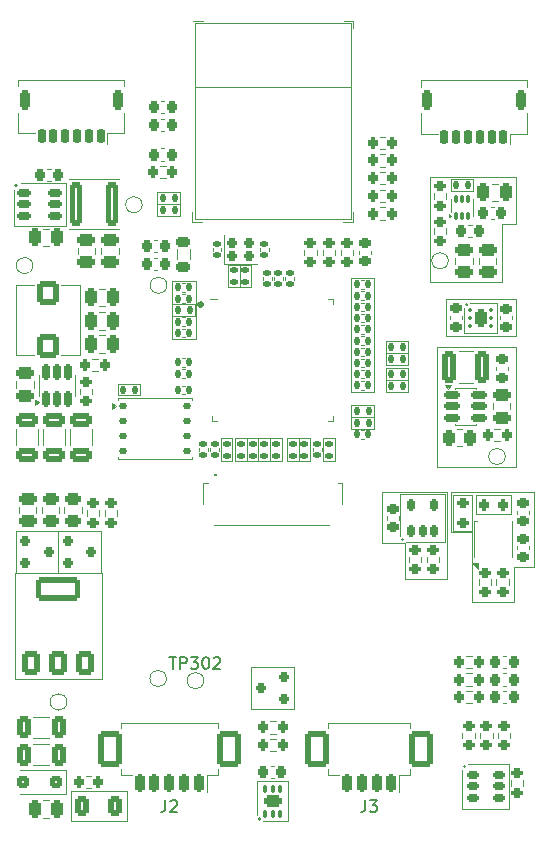
<source format=gbr>
%TF.GenerationSoftware,KiCad,Pcbnew,9.0.6*%
%TF.CreationDate,2026-01-17T11:58:25+01:00*%
%TF.ProjectId,peak,7065616b-2e6b-4696-9361-645f70636258,rev?*%
%TF.SameCoordinates,Original*%
%TF.FileFunction,Legend,Top*%
%TF.FilePolarity,Positive*%
%FSLAX46Y46*%
G04 Gerber Fmt 4.6, Leading zero omitted, Abs format (unit mm)*
G04 Created by KiCad (PCBNEW 9.0.6) date 2026-01-17 11:58:25*
%MOMM*%
%LPD*%
G01*
G04 APERTURE LIST*
G04 Aperture macros list*
%AMRoundRect*
0 Rectangle with rounded corners*
0 $1 Rounding radius*
0 $2 $3 $4 $5 $6 $7 $8 $9 X,Y pos of 4 corners*
0 Add a 4 corners polygon primitive as box body*
4,1,4,$2,$3,$4,$5,$6,$7,$8,$9,$2,$3,0*
0 Add four circle primitives for the rounded corners*
1,1,$1+$1,$2,$3*
1,1,$1+$1,$4,$5*
1,1,$1+$1,$6,$7*
1,1,$1+$1,$8,$9*
0 Add four rect primitives between the rounded corners*
20,1,$1+$1,$2,$3,$4,$5,0*
20,1,$1+$1,$4,$5,$6,$7,0*
20,1,$1+$1,$6,$7,$8,$9,0*
20,1,$1+$1,$8,$9,$2,$3,0*%
%AMFreePoly0*
4,1,6,0.725000,-0.725000,-0.725000,-0.725000,-0.725000,0.125000,-0.125000,0.725000,0.725000,0.725000,0.725000,-0.725000,0.725000,-0.725000,$1*%
G04 Aperture macros list end*
%ADD10C,0.100000*%
%ADD11C,0.150000*%
%ADD12C,0.300000*%
%ADD13C,0.120000*%
%ADD14C,0.200000*%
%ADD15R,2.100000X2.100000*%
%ADD16O,0.200000X0.650000*%
%ADD17O,0.650000X0.200000*%
%ADD18RoundRect,0.200000X-0.200000X-0.275000X0.200000X-0.275000X0.200000X0.275000X-0.200000X0.275000X0*%
%ADD19RoundRect,0.250000X-0.250000X-0.475000X0.250000X-0.475000X0.250000X0.475000X-0.250000X0.475000X0*%
%ADD20RoundRect,0.225000X-0.225000X-0.250000X0.225000X-0.250000X0.225000X0.250000X-0.225000X0.250000X0*%
%ADD21RoundRect,0.135000X-0.135000X-0.185000X0.135000X-0.185000X0.135000X0.185000X-0.135000X0.185000X0*%
%ADD22RoundRect,0.087500X0.087500X-0.250000X0.087500X0.250000X-0.087500X0.250000X-0.087500X-0.250000X0*%
%ADD23RoundRect,0.135000X0.135000X0.185000X-0.135000X0.185000X-0.135000X-0.185000X0.135000X-0.185000X0*%
%ADD24RoundRect,0.250000X-0.300000X-1.600000X0.300000X-1.600000X0.300000X1.600000X-0.300000X1.600000X0*%
%ADD25RoundRect,0.200000X0.275000X-0.200000X0.275000X0.200000X-0.275000X0.200000X-0.275000X-0.200000X0*%
%ADD26RoundRect,0.135000X0.185000X-0.135000X0.185000X0.135000X-0.185000X0.135000X-0.185000X-0.135000X0*%
%ADD27R,3.400000X4.300000*%
%ADD28RoundRect,0.125000X-0.250000X-0.125000X0.250000X-0.125000X0.250000X0.125000X-0.250000X0.125000X0*%
%ADD29R,0.300000X1.000000*%
%ADD30R,0.300000X0.700000*%
%ADD31RoundRect,0.225000X-0.250000X0.225000X-0.250000X-0.225000X0.250000X-0.225000X0.250000X0.225000X0*%
%ADD32RoundRect,0.250000X0.450000X-0.262500X0.450000X0.262500X-0.450000X0.262500X-0.450000X-0.262500X0*%
%ADD33RoundRect,0.250000X0.650000X-0.750000X0.650000X0.750000X-0.650000X0.750000X-0.650000X-0.750000X0*%
%ADD34C,1.000000*%
%ADD35RoundRect,0.225000X0.225000X0.625000X-0.225000X0.625000X-0.225000X-0.625000X0.225000X-0.625000X0*%
%ADD36RoundRect,0.150000X0.150000X0.475000X-0.150000X0.475000X-0.150000X-0.475000X0.150000X-0.475000X0*%
%ADD37RoundRect,0.140000X-0.140000X-0.170000X0.140000X-0.170000X0.140000X0.170000X-0.140000X0.170000X0*%
%ADD38RoundRect,0.200000X-0.275000X0.200000X-0.275000X-0.200000X0.275000X-0.200000X0.275000X0.200000X0*%
%ADD39RoundRect,0.250000X-0.475000X0.250000X-0.475000X-0.250000X0.475000X-0.250000X0.475000X0.250000X0*%
%ADD40RoundRect,0.140000X0.140000X0.170000X-0.140000X0.170000X-0.140000X-0.170000X0.140000X-0.170000X0*%
%ADD41RoundRect,0.250000X0.325000X0.650000X-0.325000X0.650000X-0.325000X-0.650000X0.325000X-0.650000X0*%
%ADD42RoundRect,0.250000X0.475000X-0.250000X0.475000X0.250000X-0.475000X0.250000X-0.475000X-0.250000X0*%
%ADD43RoundRect,0.162500X-0.367500X-0.162500X0.367500X-0.162500X0.367500X0.162500X-0.367500X0.162500X0*%
%ADD44RoundRect,0.225000X0.225000X0.250000X-0.225000X0.250000X-0.225000X-0.250000X0.225000X-0.250000X0*%
%ADD45RoundRect,0.250000X-0.262500X-0.450000X0.262500X-0.450000X0.262500X0.450000X-0.262500X0.450000X0*%
%ADD46RoundRect,0.200000X-0.250000X-0.200000X0.250000X-0.200000X0.250000X0.200000X-0.250000X0.200000X0*%
%ADD47RoundRect,0.250001X0.799999X1.249999X-0.799999X1.249999X-0.799999X-1.249999X0.799999X-1.249999X0*%
%ADD48RoundRect,0.200000X0.200000X0.600000X-0.200000X0.600000X-0.200000X-0.600000X0.200000X-0.600000X0*%
%ADD49RoundRect,0.162500X0.162500X-0.367500X0.162500X0.367500X-0.162500X0.367500X-0.162500X-0.367500X0*%
%ADD50RoundRect,0.200000X0.200000X0.275000X-0.200000X0.275000X-0.200000X-0.275000X0.200000X-0.275000X0*%
%ADD51RoundRect,0.250000X-0.250000X-0.550000X0.250000X-0.550000X0.250000X0.550000X-0.250000X0.550000X0*%
%ADD52RoundRect,0.093750X-0.093750X-0.106250X0.093750X-0.106250X0.093750X0.106250X-0.093750X0.106250X0*%
%ADD53RoundRect,0.250000X0.375000X0.625000X-0.375000X0.625000X-0.375000X-0.625000X0.375000X-0.625000X0*%
%ADD54RoundRect,0.140000X0.170000X-0.140000X0.170000X0.140000X-0.170000X0.140000X-0.170000X-0.140000X0*%
%ADD55RoundRect,0.250000X-0.375000X-1.075000X0.375000X-1.075000X0.375000X1.075000X-0.375000X1.075000X0*%
%ADD56R,0.700000X0.700000*%
%ADD57R,1.450000X1.450000*%
%ADD58FreePoly0,0.000000*%
%ADD59R,0.400000X0.800000*%
%ADD60R,0.800000X0.400000*%
%ADD61RoundRect,0.140000X-0.170000X0.140000X-0.170000X-0.140000X0.170000X-0.140000X0.170000X0.140000X0*%
%ADD62RoundRect,0.200000X0.250000X0.200000X-0.250000X0.200000X-0.250000X-0.200000X0.250000X-0.200000X0*%
%ADD63RoundRect,0.250000X-0.650000X0.325000X-0.650000X-0.325000X0.650000X-0.325000X0.650000X0.325000X0*%
%ADD64R,2.400000X1.550000*%
%ADD65R,0.350000X0.650000*%
%ADD66RoundRect,0.250000X0.300000X0.300000X-0.300000X0.300000X-0.300000X-0.300000X0.300000X-0.300000X0*%
%ADD67RoundRect,0.218750X-0.381250X0.218750X-0.381250X-0.218750X0.381250X-0.218750X0.381250X0.218750X0*%
%ADD68RoundRect,0.250000X0.250000X0.475000X-0.250000X0.475000X-0.250000X-0.475000X0.250000X-0.475000X0*%
%ADD69RoundRect,0.250000X-0.450000X0.262500X-0.450000X-0.262500X0.450000X-0.262500X0.450000X0.262500X0*%
%ADD70RoundRect,0.162500X-0.447500X-0.162500X0.447500X-0.162500X0.447500X0.162500X-0.447500X0.162500X0*%
%ADD71RoundRect,0.250000X0.500000X-0.750000X0.500000X0.750000X-0.500000X0.750000X-0.500000X-0.750000X0*%
%ADD72RoundRect,0.250000X1.650000X-0.750000X1.650000X0.750000X-1.650000X0.750000X-1.650000X-0.750000X0*%
%ADD73RoundRect,0.225000X0.250000X-0.225000X0.250000X0.225000X-0.250000X0.225000X-0.250000X-0.225000X0*%
%ADD74RoundRect,0.150000X-0.512500X-0.150000X0.512500X-0.150000X0.512500X0.150000X-0.512500X0.150000X0*%
%ADD75RoundRect,0.250000X0.550000X-0.250000X0.550000X0.250000X-0.550000X0.250000X-0.550000X-0.250000X0*%
%ADD76RoundRect,0.087500X0.087500X-0.237500X0.087500X0.237500X-0.087500X0.237500X-0.087500X-0.237500X0*%
%ADD77RoundRect,0.135000X-0.185000X0.135000X-0.185000X-0.135000X0.185000X-0.135000X0.185000X0.135000X0*%
%ADD78RoundRect,0.150000X0.150000X-0.512500X0.150000X0.512500X-0.150000X0.512500X-0.150000X-0.512500X0*%
%ADD79RoundRect,0.218750X-0.218750X-0.256250X0.218750X-0.256250X0.218750X0.256250X-0.218750X0.256250X0*%
G04 APERTURE END LIST*
D10*
X229403100Y-79700001D02*
X228203100Y-79700001D01*
X228203100Y-84600001D01*
X222103100Y-84600001D01*
X222103100Y-75700001D01*
X229403100Y-75700001D01*
X229403100Y-79700001D01*
X223453100Y-86000001D02*
X229403100Y-86000001D01*
X229403100Y-89200001D01*
X223453100Y-89200001D01*
X223453100Y-86000001D01*
X200253100Y-84500001D02*
X202303100Y-84500001D01*
X202303100Y-89450001D01*
X200253100Y-89450001D01*
X200253100Y-84500001D01*
X230903100Y-108700001D02*
X229203100Y-108700001D01*
X229203100Y-111700001D01*
X225703100Y-111700001D01*
X225703100Y-105800001D01*
X223903100Y-105800001D01*
X223903100Y-102400001D01*
X230903100Y-102400001D01*
X230903100Y-108700001D01*
X223603100Y-109700001D02*
X220003100Y-109700001D01*
X220003100Y-106700001D01*
X218103100Y-106700001D01*
X218103100Y-102400001D01*
X223603100Y-102400001D01*
X223603100Y-109700001D01*
X215403100Y-84250001D02*
X217403100Y-84250001D01*
X217403100Y-93900001D01*
X215403100Y-93900001D01*
X215403100Y-84250001D01*
X222753100Y-90125001D02*
X229403100Y-90125001D01*
X229403100Y-100275001D01*
X222753100Y-100275001D01*
X222753100Y-90125001D01*
D11*
X200058814Y-116346820D02*
X200630242Y-116346820D01*
X200344528Y-117346820D02*
X200344528Y-116346820D01*
X200963576Y-117346820D02*
X200963576Y-116346820D01*
X200963576Y-116346820D02*
X201344528Y-116346820D01*
X201344528Y-116346820D02*
X201439766Y-116394439D01*
X201439766Y-116394439D02*
X201487385Y-116442058D01*
X201487385Y-116442058D02*
X201535004Y-116537296D01*
X201535004Y-116537296D02*
X201535004Y-116680153D01*
X201535004Y-116680153D02*
X201487385Y-116775391D01*
X201487385Y-116775391D02*
X201439766Y-116823010D01*
X201439766Y-116823010D02*
X201344528Y-116870629D01*
X201344528Y-116870629D02*
X200963576Y-116870629D01*
X201868338Y-116346820D02*
X202487385Y-116346820D01*
X202487385Y-116346820D02*
X202154052Y-116727772D01*
X202154052Y-116727772D02*
X202296909Y-116727772D01*
X202296909Y-116727772D02*
X202392147Y-116775391D01*
X202392147Y-116775391D02*
X202439766Y-116823010D01*
X202439766Y-116823010D02*
X202487385Y-116918248D01*
X202487385Y-116918248D02*
X202487385Y-117156343D01*
X202487385Y-117156343D02*
X202439766Y-117251581D01*
X202439766Y-117251581D02*
X202392147Y-117299201D01*
X202392147Y-117299201D02*
X202296909Y-117346820D01*
X202296909Y-117346820D02*
X202011195Y-117346820D01*
X202011195Y-117346820D02*
X201915957Y-117299201D01*
X201915957Y-117299201D02*
X201868338Y-117251581D01*
X203106433Y-116346820D02*
X203201671Y-116346820D01*
X203201671Y-116346820D02*
X203296909Y-116394439D01*
X203296909Y-116394439D02*
X203344528Y-116442058D01*
X203344528Y-116442058D02*
X203392147Y-116537296D01*
X203392147Y-116537296D02*
X203439766Y-116727772D01*
X203439766Y-116727772D02*
X203439766Y-116965867D01*
X203439766Y-116965867D02*
X203392147Y-117156343D01*
X203392147Y-117156343D02*
X203344528Y-117251581D01*
X203344528Y-117251581D02*
X203296909Y-117299201D01*
X203296909Y-117299201D02*
X203201671Y-117346820D01*
X203201671Y-117346820D02*
X203106433Y-117346820D01*
X203106433Y-117346820D02*
X203011195Y-117299201D01*
X203011195Y-117299201D02*
X202963576Y-117251581D01*
X202963576Y-117251581D02*
X202915957Y-117156343D01*
X202915957Y-117156343D02*
X202868338Y-116965867D01*
X202868338Y-116965867D02*
X202868338Y-116727772D01*
X202868338Y-116727772D02*
X202915957Y-116537296D01*
X202915957Y-116537296D02*
X202963576Y-116442058D01*
X202963576Y-116442058D02*
X203011195Y-116394439D01*
X203011195Y-116394439D02*
X203106433Y-116346820D01*
X203820719Y-116442058D02*
X203868338Y-116394439D01*
X203868338Y-116394439D02*
X203963576Y-116346820D01*
X203963576Y-116346820D02*
X204201671Y-116346820D01*
X204201671Y-116346820D02*
X204296909Y-116394439D01*
X204296909Y-116394439D02*
X204344528Y-116442058D01*
X204344528Y-116442058D02*
X204392147Y-116537296D01*
X204392147Y-116537296D02*
X204392147Y-116632534D01*
X204392147Y-116632534D02*
X204344528Y-116775391D01*
X204344528Y-116775391D02*
X203773100Y-117346820D01*
X203773100Y-117346820D02*
X204392147Y-117346820D01*
X199719766Y-128454820D02*
X199719766Y-129169105D01*
X199719766Y-129169105D02*
X199672147Y-129311962D01*
X199672147Y-129311962D02*
X199576909Y-129407201D01*
X199576909Y-129407201D02*
X199434052Y-129454820D01*
X199434052Y-129454820D02*
X199338814Y-129454820D01*
X200148338Y-128550058D02*
X200195957Y-128502439D01*
X200195957Y-128502439D02*
X200291195Y-128454820D01*
X200291195Y-128454820D02*
X200529290Y-128454820D01*
X200529290Y-128454820D02*
X200624528Y-128502439D01*
X200624528Y-128502439D02*
X200672147Y-128550058D01*
X200672147Y-128550058D02*
X200719766Y-128645296D01*
X200719766Y-128645296D02*
X200719766Y-128740534D01*
X200719766Y-128740534D02*
X200672147Y-128883391D01*
X200672147Y-128883391D02*
X200100719Y-129454820D01*
X200100719Y-129454820D02*
X200719766Y-129454820D01*
X216644766Y-128454820D02*
X216644766Y-129169105D01*
X216644766Y-129169105D02*
X216597147Y-129311962D01*
X216597147Y-129311962D02*
X216501909Y-129407201D01*
X216501909Y-129407201D02*
X216359052Y-129454820D01*
X216359052Y-129454820D02*
X216263814Y-129454820D01*
X217025719Y-128454820D02*
X217644766Y-128454820D01*
X217644766Y-128454820D02*
X217311433Y-128835772D01*
X217311433Y-128835772D02*
X217454290Y-128835772D01*
X217454290Y-128835772D02*
X217549528Y-128883391D01*
X217549528Y-128883391D02*
X217597147Y-128931010D01*
X217597147Y-128931010D02*
X217644766Y-129026248D01*
X217644766Y-129026248D02*
X217644766Y-129264343D01*
X217644766Y-129264343D02*
X217597147Y-129359581D01*
X217597147Y-129359581D02*
X217549528Y-129407201D01*
X217549528Y-129407201D02*
X217454290Y-129454820D01*
X217454290Y-129454820D02*
X217168576Y-129454820D01*
X217168576Y-129454820D02*
X217073338Y-129407201D01*
X217073338Y-129407201D02*
X217025719Y-129359581D01*
%TO.C,U1*%
D12*
X202853100Y-86500001D02*
G75*
G02*
X202553100Y-86500001I-150000J0D01*
G01*
X202553100Y-86500001D02*
G75*
G02*
X202853100Y-86500001I150000J0D01*
G01*
D13*
X213953100Y-96350001D02*
X213953100Y-95925001D01*
X213953100Y-86050001D02*
X213953100Y-86475001D01*
X213528100Y-96350001D02*
X213953100Y-96350001D01*
X213528100Y-86050001D02*
X213953100Y-86050001D01*
X204078100Y-96350001D02*
X203653100Y-96350001D01*
X204078100Y-86050001D02*
X203478100Y-86050001D01*
X203653100Y-96350001D02*
X203653100Y-95925001D01*
%TO.C,R605*%
X229018100Y-104240001D02*
X229018100Y-102640001D01*
X229018100Y-102640001D02*
X226018100Y-102640001D01*
X226018100Y-104240001D02*
X229018100Y-104240001D01*
X226018100Y-102640001D02*
X226018100Y-104240001D01*
%TO.C,C208*%
X189341848Y-81535001D02*
X189864352Y-81535001D01*
X189341848Y-80065001D02*
X189864352Y-80065001D01*
%TO.C,C213*%
X227262520Y-79260001D02*
X227543680Y-79260001D01*
X227262520Y-78240001D02*
X227543680Y-78240001D01*
%TO.C,R703*%
X217865842Y-74822501D02*
X218340358Y-74822501D01*
X217865842Y-73777501D02*
X218340358Y-73777501D01*
%TO.C,R16*%
X220293100Y-93900001D02*
X220293100Y-92900001D01*
X220293100Y-92900001D02*
X218393100Y-92900001D01*
X218393100Y-93900001D02*
X220293100Y-93900001D01*
X218393100Y-92900001D02*
X218393100Y-93900001D01*
%TO.C,U203*%
X223913100Y-78982501D02*
X223723100Y-79122501D01*
X223723100Y-78842501D01*
X223913100Y-78982501D01*
G36*
X223913100Y-78982501D02*
G01*
X223723100Y-79122501D01*
X223723100Y-78842501D01*
X223913100Y-78982501D01*
G37*
X225788100Y-77552501D02*
X225788100Y-78972501D01*
X223918100Y-78688069D02*
X223918100Y-77552501D01*
%TO.C,R701*%
X217865842Y-77822501D02*
X218340358Y-77822501D01*
X217865842Y-76777501D02*
X218340358Y-76777501D01*
%TO.C,R3*%
X197603100Y-94200001D02*
X197603100Y-93200001D01*
X197603100Y-93200001D02*
X195703100Y-93200001D01*
X195703100Y-94200001D02*
X197603100Y-94200001D01*
X195703100Y-93200001D02*
X195703100Y-94200001D01*
%TO.C,L202*%
X195788100Y-80135001D02*
X191568100Y-80135001D01*
X191568100Y-75915001D02*
X195788100Y-75915001D01*
%TO.C,R308*%
X230025600Y-127237259D02*
X230025600Y-126762743D01*
X228980600Y-127237259D02*
X228980600Y-126762743D01*
%TO.C,R7*%
X208603100Y-99740001D02*
X208603100Y-97840001D01*
X208603100Y-97840001D02*
X207603100Y-97840001D01*
X207603100Y-99740001D02*
X208603100Y-99740001D01*
X207603100Y-97840001D02*
X207603100Y-99740001D01*
%TO.C,U2*%
X195513100Y-95085001D02*
X195183100Y-95325001D01*
X195183100Y-94845001D01*
X195513100Y-95085001D01*
G36*
X195513100Y-95085001D02*
G01*
X195183100Y-95325001D01*
X195183100Y-94845001D01*
X195513100Y-95085001D01*
G37*
X201963100Y-99605001D02*
X195743100Y-99605001D01*
X201963100Y-99410001D02*
X201963100Y-99605001D01*
X201963100Y-94385001D02*
X201963100Y-94580001D01*
X195743100Y-99605001D02*
X195743100Y-99410001D01*
X195743100Y-94580001D02*
X195743100Y-94385001D01*
X195743100Y-94385001D02*
X201963100Y-94385001D01*
%TO.C,R18*%
X217373100Y-97050001D02*
X217373100Y-96050001D01*
X217373100Y-96050001D02*
X215473100Y-96050001D01*
X215473100Y-97050001D02*
X217373100Y-97050001D01*
X215473100Y-96050001D02*
X215473100Y-97050001D01*
D14*
%TO.C,J1*%
X204003100Y-100900000D02*
G75*
G02*
X203903100Y-100900000I-50000J0D01*
G01*
X204003100Y-100900000D02*
G75*
G02*
X203903100Y-100900000I-50000J0D01*
G01*
X203903100Y-100900000D02*
G75*
G02*
X204003100Y-100900000I50000J0D01*
G01*
D10*
X214653100Y-103400000D02*
X214653100Y-103400000D01*
X214653100Y-103400000D02*
X214653100Y-101600000D01*
X214653100Y-101600000D02*
X214653100Y-103400000D01*
X214653100Y-101600000D02*
X214653100Y-101600000D01*
X214653100Y-101600000D02*
X214653100Y-101600000D01*
X214653100Y-101600000D02*
X214303100Y-101600000D01*
X214303100Y-101600000D02*
X214653100Y-101600000D01*
X214303100Y-101600000D02*
X214303100Y-101600000D01*
X213553100Y-105200000D02*
X203803100Y-105200000D01*
X213553100Y-105150000D02*
X213553100Y-105200000D01*
D14*
X204003100Y-100900000D02*
X204003100Y-100900000D01*
X203903100Y-100900000D02*
X203903100Y-100900000D01*
X203903100Y-100900000D02*
X203903100Y-100900000D01*
D10*
X203803100Y-105200000D02*
X203803100Y-105150000D01*
X203803100Y-105150000D02*
X213553100Y-105150000D01*
X203303100Y-101650000D02*
X203303100Y-101600000D01*
X203303100Y-101600000D02*
X202953100Y-101600000D01*
X202953100Y-103400000D02*
X202953100Y-103400000D01*
X202953100Y-103400000D02*
X202953100Y-101650000D01*
X202953100Y-101650000D02*
X203303100Y-101650000D01*
X202953100Y-101650000D02*
X202953100Y-103400000D01*
X202953100Y-101650000D02*
X202953100Y-101650000D01*
X202953100Y-101600000D02*
X202953100Y-101650000D01*
D13*
%TO.C,R601*%
X225190842Y-120272501D02*
X225665358Y-120272501D01*
X225190842Y-119227501D02*
X225665358Y-119227501D01*
%TO.C,C219*%
X224838100Y-87449421D02*
X224838100Y-87730581D01*
X223818100Y-87449421D02*
X223818100Y-87730581D01*
%TO.C,R609*%
X190738100Y-104127065D02*
X190738100Y-103672937D01*
X189268100Y-104127065D02*
X189268100Y-103672937D01*
%TO.C,L201*%
X192463100Y-90735001D02*
X190913100Y-90735001D01*
X192463100Y-84815001D02*
X192463100Y-90735001D01*
X190913100Y-84815001D02*
X192463100Y-84815001D01*
X188593100Y-90735001D02*
X187043100Y-90735001D01*
X187043100Y-90735001D02*
X187043100Y-84815001D01*
X187043100Y-84815001D02*
X188593100Y-84815001D01*
%TO.C,TP302*%
X202973100Y-118340001D02*
G75*
G02*
X201573100Y-118340001I-700000J0D01*
G01*
X201573100Y-118340001D02*
G75*
G02*
X202973100Y-118340001I700000J0D01*
G01*
%TO.C,J4*%
X230363100Y-72035001D02*
X228913100Y-72035001D01*
X230363100Y-70285001D02*
X230363100Y-72035001D01*
X230363100Y-68065001D02*
X230363100Y-67515001D01*
X230363100Y-67515001D02*
X221343100Y-67515001D01*
X228913100Y-72035001D02*
X228913100Y-72925001D01*
X221343100Y-72035001D02*
X222793100Y-72035001D01*
X221343100Y-70285001D02*
X221343100Y-72035001D01*
X221343100Y-67515001D02*
X221343100Y-68065001D01*
%TO.C,R14*%
X202223100Y-87450001D02*
X202223100Y-86450001D01*
X202223100Y-86450001D02*
X200323100Y-86450001D01*
X200323100Y-87450001D02*
X202223100Y-87450001D01*
X200323100Y-86450001D02*
X200323100Y-87450001D01*
%TO.C,C17*%
X216295264Y-89910001D02*
X216510936Y-89910001D01*
X216295264Y-89190001D02*
X216510936Y-89190001D01*
%TO.C,R9*%
X211003100Y-99740001D02*
X211003100Y-97840001D01*
X211003100Y-97840001D02*
X210003100Y-97840001D01*
X210003100Y-99740001D02*
X211003100Y-99740001D01*
X210003100Y-97840001D02*
X210003100Y-99740001D01*
%TO.C,R301*%
X221385600Y-107847743D02*
X221385600Y-108322259D01*
X220340600Y-107847743D02*
X220340600Y-108322259D01*
%TO.C,C210*%
X193763100Y-81713749D02*
X193763100Y-82236253D01*
X192293100Y-81713749D02*
X192293100Y-82236253D01*
%TO.C,C6*%
X201380936Y-89260001D02*
X201165264Y-89260001D01*
X201380936Y-88540001D02*
X201165264Y-88540001D01*
%TO.C,C13*%
X201380936Y-92710001D02*
X201165264Y-92710001D01*
X201380936Y-91990001D02*
X201165264Y-91990001D01*
%TO.C,C4*%
X201380936Y-86360001D02*
X201165264Y-86360001D01*
X201380936Y-85640001D02*
X201165264Y-85640001D01*
%TO.C,C9*%
X216295264Y-87060001D02*
X216510936Y-87060001D01*
X216295264Y-86340001D02*
X216510936Y-86340001D01*
%TO.C,R602*%
X225190842Y-117272501D02*
X225665358Y-117272501D01*
X225190842Y-116227501D02*
X225665358Y-116227501D01*
%TO.C,TP202*%
X197763100Y-78050001D02*
G75*
G02*
X196363100Y-78050001I-700000J0D01*
G01*
X196363100Y-78050001D02*
G75*
G02*
X197763100Y-78050001I700000J0D01*
G01*
%TO.C,R708*%
X212525600Y-82317259D02*
X212525600Y-81842743D01*
X211480600Y-82317259D02*
X211480600Y-81842743D01*
%TO.C,C303*%
X189914352Y-123210001D02*
X188491848Y-123210001D01*
X189914352Y-121390001D02*
X188491848Y-121390001D01*
%TO.C,C607*%
X188788100Y-104161253D02*
X188788100Y-103638749D01*
X187318100Y-104161253D02*
X187318100Y-103638749D01*
D14*
%TO.C,D302*%
X225116600Y-125600001D02*
G75*
G02*
X224989600Y-125600001I-63500J0D01*
G01*
X224989600Y-125600001D02*
G75*
G02*
X225116600Y-125600001I63500J0D01*
G01*
D13*
X228853100Y-129200001D02*
X228853100Y-125400001D01*
X228853100Y-125400001D02*
X225353100Y-125400001D01*
X224853100Y-129200001D02*
X228853100Y-129200001D01*
X224853100Y-125900001D02*
X224853100Y-129200001D01*
%TO.C,C701*%
X199643680Y-74310001D02*
X199362520Y-74310001D01*
X199643680Y-73290001D02*
X199362520Y-73290001D01*
%TO.C,R6*%
X207603100Y-99740001D02*
X207603100Y-97840001D01*
X207603100Y-97840001D02*
X206603100Y-97840001D01*
X206603100Y-99740001D02*
X207603100Y-99740001D01*
X206603100Y-97840001D02*
X206603100Y-99740001D01*
%TO.C,C10*%
X216295264Y-92760001D02*
X216510936Y-92760001D01*
X216295264Y-92040001D02*
X216510936Y-92040001D01*
%TO.C,R302*%
X222885600Y-107847743D02*
X222885600Y-108322259D01*
X221840600Y-107847743D02*
X221840600Y-108322259D01*
%TO.C,R13*%
X220293100Y-91600001D02*
X220293100Y-90600001D01*
X220293100Y-90600001D02*
X218393100Y-90600001D01*
X218393100Y-91600001D02*
X220293100Y-91600001D01*
X218393100Y-90600001D02*
X218393100Y-91600001D01*
%TO.C,R303*%
X227295600Y-109777743D02*
X227295600Y-110252259D01*
X226250600Y-109777743D02*
X226250600Y-110252259D01*
%TO.C,R704*%
X217865842Y-73322501D02*
X218340358Y-73322501D01*
X217865842Y-72277501D02*
X218340358Y-72277501D01*
%TO.C,C603*%
X228287520Y-118760001D02*
X228568680Y-118760001D01*
X228287520Y-117740001D02*
X228568680Y-117740001D01*
%TO.C,C608*%
X217138100Y-81939421D02*
X217138100Y-82220581D01*
X216118100Y-81939421D02*
X216118100Y-82220581D01*
%TO.C,R502*%
X224413536Y-98510001D02*
X224867664Y-98510001D01*
X224413536Y-97040001D02*
X224867664Y-97040001D01*
%TO.C,Q601*%
X194253100Y-109250001D02*
X194253100Y-105650001D01*
X194253100Y-105650001D02*
X190653100Y-105650001D01*
X190653100Y-109250001D02*
X194253100Y-109250001D01*
X190653100Y-105650001D02*
X190653100Y-109250001D01*
%TO.C,C22*%
X216295264Y-88010001D02*
X216510936Y-88010001D01*
X216295264Y-87290001D02*
X216510936Y-87290001D01*
%TO.C,R206*%
X223525600Y-77537259D02*
X223525600Y-77062743D01*
X222480600Y-77537259D02*
X222480600Y-77062743D01*
%TO.C,J2*%
X204163100Y-126310001D02*
X203213100Y-126310001D01*
X204163100Y-125860001D02*
X204163100Y-126310001D01*
X204163100Y-122340001D02*
X204163100Y-121890001D01*
X204163100Y-121890001D02*
X195943100Y-121890001D01*
X203213100Y-126310001D02*
X203213100Y-127800001D01*
X195943100Y-126310001D02*
X196893100Y-126310001D01*
X195943100Y-125860001D02*
X195943100Y-126310001D01*
X195943100Y-121890001D02*
X195943100Y-122340001D01*
%TO.C,C602*%
X228287520Y-117260001D02*
X228568680Y-117260001D01*
X228287520Y-116240001D02*
X228568680Y-116240001D01*
D14*
%TO.C,U602*%
X219876600Y-106385001D02*
G75*
G02*
X219749600Y-106385001I-63500J0D01*
G01*
X219749600Y-106385001D02*
G75*
G02*
X219876600Y-106385001I63500J0D01*
G01*
D13*
X223413100Y-106585001D02*
X223413100Y-102585001D01*
X223413100Y-102585001D02*
X219613100Y-102585001D01*
X220113100Y-106585001D02*
X223413100Y-106585001D01*
X219613100Y-102585001D02*
X219613100Y-106085001D01*
%TO.C,DZ601*%
X190653100Y-109250001D02*
X190653100Y-105650001D01*
X190653100Y-105650001D02*
X187053100Y-105650001D01*
X187053100Y-109250001D02*
X190653100Y-109250001D01*
X187053100Y-105650001D02*
X187053100Y-109250001D01*
%TO.C,R611*%
X209060358Y-122822501D02*
X208585842Y-122822501D01*
X209060358Y-121777501D02*
X208585842Y-121777501D01*
%TO.C,R307*%
X228925600Y-122762743D02*
X228925600Y-123237259D01*
X227880600Y-122762743D02*
X227880600Y-123237259D01*
D14*
%TO.C,U204*%
X225304100Y-86535001D02*
G75*
G02*
X225177100Y-86535001I-63500J0D01*
G01*
X225177100Y-86535001D02*
G75*
G02*
X225304100Y-86535001I63500J0D01*
G01*
D13*
X227840600Y-88935001D02*
X225040600Y-88935001D01*
X227840600Y-86335001D02*
X227840600Y-88935001D01*
X225540600Y-86335001D02*
X227840600Y-86335001D01*
X225040600Y-88935001D02*
X225040600Y-86835001D01*
%TO.C,TP204*%
X199853100Y-84870001D02*
G75*
G02*
X198453100Y-84870001I-700000J0D01*
G01*
X198453100Y-84870001D02*
G75*
G02*
X199853100Y-84870001I700000J0D01*
G01*
%TO.C,C503*%
X228713100Y-91784421D02*
X228713100Y-92065581D01*
X227693100Y-91784421D02*
X227693100Y-92065581D01*
%TO.C,F301*%
X196503100Y-130250001D02*
X196503100Y-127650001D01*
X196503100Y-127650001D02*
X191703100Y-127650001D01*
X191703100Y-130250001D02*
X196503100Y-130250001D01*
X191703100Y-127650001D02*
X191703100Y-130250001D01*
%TO.C,C12*%
X208713100Y-84407837D02*
X208713100Y-84192165D01*
X207993100Y-84407837D02*
X207993100Y-84192165D01*
%TO.C,C14*%
X216295264Y-86110001D02*
X216510936Y-86110001D01*
X216295264Y-85390001D02*
X216510936Y-85390001D01*
%TO.C,L501*%
X224551036Y-93185001D02*
X225755164Y-93185001D01*
X224551036Y-90465001D02*
X225755164Y-90465001D01*
%TO.C,R702*%
X217865842Y-76322501D02*
X218340358Y-76322501D01*
X217865842Y-75277501D02*
X218340358Y-75277501D01*
%TO.C,R706*%
X214125600Y-81842743D02*
X214125600Y-82317259D01*
X213080600Y-81842743D02*
X213080600Y-82317259D01*
%TO.C,R15*%
X220293100Y-92900001D02*
X220293100Y-91900001D01*
X220293100Y-91900001D02*
X218393100Y-91900001D01*
X218393100Y-92900001D02*
X220293100Y-92900001D01*
X218393100Y-91900001D02*
X218393100Y-92900001D01*
%TO.C,C501*%
X203313100Y-98897837D02*
X203313100Y-98682165D01*
X202593100Y-98897837D02*
X202593100Y-98682165D01*
%TO.C,TP201*%
X188503100Y-83200001D02*
G75*
G02*
X187103100Y-83200001I-700000J0D01*
G01*
X187103100Y-83200001D02*
G75*
G02*
X188503100Y-83200001I700000J0D01*
G01*
%TO.C,X1*%
X204693100Y-83030001D02*
X207513100Y-83030001D01*
X204693100Y-80610001D02*
X204693100Y-83030001D01*
%TO.C,R204*%
X225803100Y-76850001D02*
X225803100Y-75850001D01*
X225803100Y-75850001D02*
X223903100Y-75850001D01*
X223903100Y-76850001D02*
X225803100Y-76850001D01*
X223903100Y-75850001D02*
X223903100Y-76850001D01*
%TO.C,U3*%
X215603100Y-79500001D02*
X214803100Y-79500001D01*
X215603100Y-78700001D02*
X215603100Y-79500001D01*
X215603100Y-62500001D02*
X215603100Y-63100001D01*
X215403100Y-79300001D02*
X202203100Y-79300001D01*
X215403100Y-62700001D02*
X215403100Y-79300001D01*
X214853100Y-62500001D02*
X215603100Y-62500001D01*
X202878100Y-62500001D02*
X202028100Y-62500001D01*
X202203100Y-79300001D02*
X202203100Y-62700001D01*
X202203100Y-68100001D02*
X215403100Y-68100001D01*
X202203100Y-62700001D02*
X215403100Y-62700001D01*
X202003100Y-79500001D02*
X202803100Y-79500001D01*
X202003100Y-78700001D02*
X202003100Y-79500001D01*
%TO.C,R304*%
X228805600Y-109777743D02*
X228805600Y-110252259D01*
X227760600Y-109777743D02*
X227760600Y-110252259D01*
%TO.C,C16*%
X216315264Y-97860001D02*
X216530936Y-97860001D01*
X216315264Y-97140001D02*
X216530936Y-97140001D01*
%TO.C,C23*%
X212963100Y-98682165D02*
X212963100Y-98897837D01*
X212243100Y-98682165D02*
X212243100Y-98897837D01*
%TO.C,R710*%
X200943100Y-79000001D02*
X200943100Y-78000001D01*
X200943100Y-78000001D02*
X199043100Y-78000001D01*
X199043100Y-79000001D02*
X200943100Y-79000001D01*
X199043100Y-78000001D02*
X199043100Y-79000001D01*
%TO.C,C5*%
X201380936Y-85410001D02*
X201165264Y-85410001D01*
X201380936Y-84690001D02*
X201165264Y-84690001D01*
%TO.C,J3*%
X220463100Y-126310001D02*
X219513100Y-126310001D01*
X220463100Y-125860001D02*
X220463100Y-126310001D01*
X220463100Y-122340001D02*
X220463100Y-121890001D01*
X220463100Y-121890001D02*
X213493100Y-121890001D01*
X219513100Y-126310001D02*
X219513100Y-127800001D01*
X213493100Y-126310001D02*
X214443100Y-126310001D01*
X213493100Y-125860001D02*
X213493100Y-126310001D01*
X213493100Y-121890001D02*
X213493100Y-122340001D01*
%TO.C,R1*%
X206003100Y-85050001D02*
X206003100Y-83150001D01*
X206003100Y-83150001D02*
X205003100Y-83150001D01*
X205003100Y-85050001D02*
X206003100Y-85050001D01*
X205003100Y-83150001D02*
X205003100Y-85050001D01*
%TO.C,D303*%
X210583100Y-120780001D02*
X210583100Y-117180001D01*
X210583100Y-117180001D02*
X206983100Y-117180001D01*
X206983100Y-120780001D02*
X210583100Y-120780001D01*
X206983100Y-117180001D02*
X206983100Y-120780001D01*
%TO.C,C18*%
X216295264Y-91810001D02*
X216510936Y-91810001D01*
X216295264Y-91090001D02*
X216510936Y-91090001D01*
%TO.C,C204*%
X188588100Y-93013749D02*
X188588100Y-93536253D01*
X187118100Y-93013749D02*
X187118100Y-93536253D01*
%TO.C,C203*%
X188913100Y-97013749D02*
X188913100Y-98436253D01*
X187093100Y-97013749D02*
X187093100Y-98436253D01*
%TO.C,U601*%
X226158100Y-108905001D02*
X225678100Y-108425001D01*
X226158100Y-108425001D01*
X226158100Y-108905001D01*
G36*
X226158100Y-108905001D02*
G01*
X225678100Y-108425001D01*
X226158100Y-108425001D01*
X226158100Y-108905001D01*
G37*
X229108100Y-107865001D02*
X229108100Y-104865001D01*
X225938100Y-104805001D02*
X226088100Y-104805001D01*
X225888100Y-107865001D02*
X225888100Y-104865001D01*
%TO.C,C504*%
X228938100Y-95386253D02*
X228938100Y-94863749D01*
X227468100Y-95386253D02*
X227468100Y-94863749D01*
%TO.C,R707*%
X199265842Y-75822501D02*
X199740358Y-75822501D01*
X199265842Y-74777501D02*
X199740358Y-74777501D01*
%TO.C,C302*%
X189914352Y-125510001D02*
X188491848Y-125510001D01*
X189914352Y-123690001D02*
X188491848Y-123690001D01*
%TO.C,D301*%
X191313100Y-127950001D02*
X191313100Y-125950001D01*
X191313100Y-127950001D02*
X187453100Y-127950001D01*
X191313100Y-125950001D02*
X187453100Y-125950001D01*
%TO.C,FB201*%
X201813100Y-81837879D02*
X201813100Y-82637123D01*
X200693100Y-81837879D02*
X200693100Y-82637123D01*
%TO.C,R5*%
X206603100Y-99740001D02*
X206603100Y-97840001D01*
X206603100Y-97840001D02*
X205603100Y-97840001D01*
X205603100Y-99740001D02*
X206603100Y-99740001D01*
X205603100Y-97840001D02*
X205603100Y-99740001D01*
%TO.C,R201*%
X193990358Y-92147501D02*
X193515842Y-92147501D01*
X193990358Y-91102501D02*
X193515842Y-91102501D01*
%TO.C,C301*%
X189864352Y-129935001D02*
X189341848Y-129935001D01*
X189864352Y-128465001D02*
X189341848Y-128465001D01*
%TO.C,R705*%
X217865842Y-79322501D02*
X218340358Y-79322501D01*
X217865842Y-78277501D02*
X218340358Y-78277501D01*
%TO.C,C610*%
X199643680Y-70310001D02*
X199362520Y-70310001D01*
X199643680Y-69290001D02*
X199362520Y-69290001D01*
%TO.C,C206*%
X194091848Y-88625001D02*
X194614352Y-88625001D01*
X194091848Y-87155001D02*
X194614352Y-87155001D01*
%TO.C,C202*%
X191213100Y-97013749D02*
X191213100Y-98436253D01*
X189393100Y-97013749D02*
X189393100Y-98436253D01*
%TO.C,C205*%
X194091848Y-86635001D02*
X194614352Y-86635001D01*
X194091848Y-85165001D02*
X194614352Y-85165001D01*
%TO.C,R305*%
X225925600Y-122762743D02*
X225925600Y-123237259D01*
X224880600Y-122762743D02*
X224880600Y-123237259D01*
%TO.C,C502*%
X204263100Y-98897837D02*
X204263100Y-98682165D01*
X203543100Y-98897837D02*
X203543100Y-98682165D01*
%TO.C,C211*%
X195763100Y-81713749D02*
X195763100Y-82236253D01*
X194293100Y-81713749D02*
X194293100Y-82236253D01*
%TO.C,C2*%
X208463100Y-81712165D02*
X208463100Y-81927837D01*
X207743100Y-81712165D02*
X207743100Y-81927837D01*
%TO.C,R8*%
X209603100Y-99740001D02*
X209603100Y-97840001D01*
X209603100Y-97840001D02*
X208603100Y-97840001D01*
X208603100Y-99740001D02*
X209603100Y-99740001D01*
X208603100Y-97840001D02*
X208603100Y-99740001D01*
%TO.C,R10*%
X212003100Y-99740001D02*
X212003100Y-97840001D01*
X212003100Y-97840001D02*
X211003100Y-97840001D01*
X211003100Y-99740001D02*
X212003100Y-99740001D01*
X211003100Y-97840001D02*
X211003100Y-99740001D01*
%TO.C,C20*%
X216295264Y-90860001D02*
X216510936Y-90860001D01*
X216295264Y-90140001D02*
X216510936Y-90140001D01*
%TO.C,C606*%
X219473100Y-104444421D02*
X219473100Y-104725581D01*
X218453100Y-104444421D02*
X218453100Y-104725581D01*
%TO.C,C24*%
X201380936Y-88310001D02*
X201165264Y-88310001D01*
X201380936Y-87590001D02*
X201165264Y-87590001D01*
%TO.C,R608*%
X192638100Y-103672937D02*
X192638100Y-104127065D01*
X191168100Y-103672937D02*
X191168100Y-104127065D01*
D14*
%TO.C,U202*%
X187151600Y-76425001D02*
G75*
G02*
X187024600Y-76425001I-63500J0D01*
G01*
X187024600Y-76425001D02*
G75*
G02*
X187151600Y-76425001I63500J0D01*
G01*
D13*
X191288100Y-79825001D02*
X191288100Y-76225001D01*
X191288100Y-76225001D02*
X187488100Y-76225001D01*
X186888100Y-79825001D02*
X191288100Y-79825001D01*
X186888100Y-76825001D02*
X186888100Y-79825001D01*
%TO.C,C7*%
X201380936Y-91760001D02*
X201165264Y-91760001D01*
X201380936Y-91040001D02*
X201165264Y-91040001D01*
%TO.C,C15*%
X209663100Y-84407837D02*
X209663100Y-84192165D01*
X208943100Y-84407837D02*
X208943100Y-84192165D01*
%TO.C,Q602*%
X194353100Y-118200001D02*
X186953100Y-118200001D01*
X194353100Y-109200001D02*
X194353100Y-118200001D01*
X186953100Y-118200001D02*
X186953100Y-109200001D01*
X186953100Y-109200001D02*
X194353100Y-109200001D01*
%TO.C,R306*%
X227425600Y-122762743D02*
X227425600Y-123237259D01*
X226380600Y-122762743D02*
X226380600Y-123237259D01*
%TO.C,R709*%
X200943100Y-78000001D02*
X200943100Y-77000001D01*
X200943100Y-77000001D02*
X199043100Y-77000001D01*
X199043100Y-78000001D02*
X200943100Y-78000001D01*
X199043100Y-77000001D02*
X199043100Y-78000001D01*
%TO.C,C8*%
X216295264Y-85160001D02*
X216510936Y-85160001D01*
X216295264Y-84440001D02*
X216510936Y-84440001D01*
%TO.C,TP203*%
X223678100Y-82800001D02*
G75*
G02*
X222278100Y-82800001I-700000J0D01*
G01*
X222278100Y-82800001D02*
G75*
G02*
X223678100Y-82800001I700000J0D01*
G01*
%TO.C,C201*%
X193513100Y-97013749D02*
X193513100Y-98436253D01*
X191693100Y-97013749D02*
X191693100Y-98436253D01*
%TO.C,TP301*%
X199813100Y-118170001D02*
G75*
G02*
X198413100Y-118170001I-700000J0D01*
G01*
X198413100Y-118170001D02*
G75*
G02*
X199813100Y-118170001I700000J0D01*
G01*
%TO.C,TP501*%
X228503100Y-99365001D02*
G75*
G02*
X227103100Y-99365001I-700000J0D01*
G01*
X227103100Y-99365001D02*
G75*
G02*
X228503100Y-99365001I700000J0D01*
G01*
%TO.C,C1*%
X204463100Y-81927837D02*
X204463100Y-81712165D01*
X203743100Y-81927837D02*
X203743100Y-81712165D01*
%TO.C,C702*%
X199643680Y-71810001D02*
X199362520Y-71810001D01*
X199643680Y-70790001D02*
X199362520Y-70790001D01*
%TO.C,C605*%
X230503100Y-107230581D02*
X230503100Y-106949421D01*
X229483100Y-107230581D02*
X229483100Y-106949421D01*
%TO.C,R604*%
X225693100Y-105640001D02*
X225693100Y-102640001D01*
X225693100Y-102640001D02*
X224093100Y-102640001D01*
X224093100Y-105640001D02*
X225693100Y-105640001D01*
X224093100Y-102640001D02*
X224093100Y-105640001D01*
%TO.C,U501*%
X223673100Y-93620001D02*
X223433100Y-93290001D01*
X223913100Y-93290001D01*
X223673100Y-93620001D01*
G36*
X223673100Y-93620001D02*
G01*
X223433100Y-93290001D01*
X223913100Y-93290001D01*
X223673100Y-93620001D01*
G37*
X226033100Y-96690001D02*
X224213100Y-96690001D01*
X226033100Y-96640001D02*
X226033100Y-96690001D01*
X226033100Y-93570001D02*
X226033100Y-93620001D01*
X224213100Y-96690001D02*
X224213100Y-96640001D01*
X224213100Y-93620001D02*
X224213100Y-93570001D01*
X224213100Y-93570001D02*
X226033100Y-93570001D01*
D11*
%TO.C,U603*%
X207766600Y-130050001D02*
G75*
G02*
X207639600Y-130050001I-63500J0D01*
G01*
X207639600Y-130050001D02*
G75*
G02*
X207766600Y-130050001I63500J0D01*
G01*
D13*
X210103100Y-130250001D02*
X210103100Y-126850001D01*
X210103100Y-126850001D02*
X207503100Y-126850001D01*
X208003100Y-130250001D02*
X210103100Y-130250001D01*
X207503100Y-126850001D02*
X207503100Y-129750001D01*
%TO.C,R11*%
X214103100Y-99730001D02*
X214103100Y-97830001D01*
X214103100Y-97830001D02*
X213103100Y-97830001D01*
X213103100Y-99730001D02*
X214103100Y-99730001D01*
X213103100Y-97830001D02*
X213103100Y-99730001D01*
%TO.C,C601*%
X228287520Y-120260001D02*
X228568680Y-120260001D01*
X228287520Y-119240001D02*
X228568680Y-119240001D01*
%TO.C,C218*%
X229038100Y-87484421D02*
X229038100Y-87765581D01*
X228018100Y-87484421D02*
X228018100Y-87765581D01*
%TO.C,TP303*%
X191383100Y-120150001D02*
G75*
G02*
X189983100Y-120150001I-700000J0D01*
G01*
X189983100Y-120150001D02*
G75*
G02*
X191383100Y-120150001I700000J0D01*
G01*
%TO.C,R205*%
X223525600Y-80537259D02*
X223525600Y-80062743D01*
X222480600Y-80537259D02*
X222480600Y-80062743D01*
%TO.C,C11*%
X210613100Y-84407837D02*
X210613100Y-84192165D01*
X209893100Y-84407837D02*
X209893100Y-84192165D01*
%TO.C,C216*%
X199043680Y-82047501D02*
X198762520Y-82047501D01*
X199043680Y-81027501D02*
X198762520Y-81027501D01*
%TO.C,C609*%
X208637520Y-126560001D02*
X208918680Y-126560001D01*
X208637520Y-125540001D02*
X208918680Y-125540001D01*
%TO.C,R606*%
X195625600Y-103912743D02*
X195625600Y-104387259D01*
X194580600Y-103912743D02*
X194580600Y-104387259D01*
%TO.C,R610*%
X208585842Y-124312501D02*
X209060358Y-124312501D01*
X208585842Y-123267501D02*
X209060358Y-123267501D01*
%TO.C,R603*%
X225190842Y-118772501D02*
X225665358Y-118772501D01*
X225190842Y-117727501D02*
X225665358Y-117727501D01*
%TO.C,C3*%
X201380936Y-94110001D02*
X201165264Y-94110001D01*
X201380936Y-93390001D02*
X201165264Y-93390001D01*
%TO.C,R612*%
X215650600Y-81842743D02*
X215650600Y-82317259D01*
X214605600Y-81842743D02*
X214605600Y-82317259D01*
%TO.C,C215*%
X225750600Y-82538749D02*
X225750600Y-83061253D01*
X224280600Y-82538749D02*
X224280600Y-83061253D01*
%TO.C,C217*%
X199043680Y-83547501D02*
X198762520Y-83547501D01*
X199043680Y-82527501D02*
X198762520Y-82527501D01*
%TO.C,R202*%
X193525600Y-93637743D02*
X193525600Y-94112259D01*
X192480600Y-93637743D02*
X192480600Y-94112259D01*
%TO.C,R12*%
X220293100Y-90600001D02*
X220293100Y-89600001D01*
X220293100Y-89600001D02*
X218393100Y-89600001D01*
X218393100Y-90600001D02*
X220293100Y-90600001D01*
X218393100Y-89600001D02*
X218393100Y-90600001D01*
%TO.C,J5*%
X196263100Y-72010001D02*
X194813100Y-72010001D01*
X196263100Y-70260001D02*
X196263100Y-72010001D01*
X196263100Y-68040001D02*
X196263100Y-67490001D01*
X196263100Y-67490001D02*
X187243100Y-67490001D01*
X194813100Y-72010001D02*
X194813100Y-72900001D01*
X187243100Y-72010001D02*
X188693100Y-72010001D01*
X187243100Y-70260001D02*
X187243100Y-72010001D01*
X187243100Y-67490001D02*
X187243100Y-68040001D01*
%TO.C,R203*%
X192965842Y-127422501D02*
X193440358Y-127422501D01*
X192965842Y-126377501D02*
X193440358Y-126377501D01*
%TO.C,R4*%
X205403100Y-99740001D02*
X205403100Y-97840001D01*
X205403100Y-97840001D02*
X204403100Y-97840001D01*
X204403100Y-99740001D02*
X205403100Y-99740001D01*
X204403100Y-97840001D02*
X204403100Y-99740001D01*
%TO.C,C207*%
X194091848Y-90585001D02*
X194614352Y-90585001D01*
X194091848Y-89115001D02*
X194614352Y-89115001D01*
%TO.C,R2*%
X207003100Y-85050001D02*
X207003100Y-83150001D01*
X207003100Y-83150001D02*
X206003100Y-83150001D01*
X206003100Y-85050001D02*
X207003100Y-85050001D01*
X206003100Y-83150001D02*
X206003100Y-85050001D01*
%TO.C,U201*%
X189043100Y-94787501D02*
X188713100Y-95027501D01*
X188713100Y-94547501D01*
X189043100Y-94787501D01*
G36*
X189043100Y-94787501D02*
G01*
X188713100Y-95027501D01*
X188713100Y-94547501D01*
X189043100Y-94787501D01*
G37*
X192113100Y-94247501D02*
X192063100Y-94247501D01*
X192113100Y-92427501D02*
X192113100Y-94247501D01*
X192063100Y-92427501D02*
X192113100Y-92427501D01*
X189043100Y-94247501D02*
X188993100Y-94247501D01*
X188993100Y-94247501D02*
X188993100Y-92427501D01*
X188993100Y-92427501D02*
X189043100Y-92427501D01*
%TO.C,L203*%
X225340321Y-80760001D02*
X225665879Y-80760001D01*
X225340321Y-79740001D02*
X225665879Y-79740001D01*
%TO.C,C209*%
X189737520Y-76085001D02*
X190018680Y-76085001D01*
X189737520Y-75065001D02*
X190018680Y-75065001D01*
%TO.C,C214*%
X227738100Y-82538749D02*
X227738100Y-83061253D01*
X226268100Y-82538749D02*
X226268100Y-83061253D01*
%TO.C,C212*%
X227341848Y-77735001D02*
X227864352Y-77735001D01*
X227341848Y-76265001D02*
X227864352Y-76265001D01*
%TO.C,R501*%
X227590842Y-98097501D02*
X228065358Y-98097501D01*
X227590842Y-97052501D02*
X228065358Y-97052501D01*
%TO.C,C19*%
X216295264Y-93710001D02*
X216510936Y-93710001D01*
X216295264Y-92990001D02*
X216510936Y-92990001D01*
%TO.C,C604*%
X230503100Y-103949421D02*
X230503100Y-104230581D01*
X229483100Y-103949421D02*
X229483100Y-104230581D01*
%TO.C,C21*%
X216295264Y-88960001D02*
X216510936Y-88960001D01*
X216295264Y-88240001D02*
X216510936Y-88240001D01*
%TO.C,R17*%
X217373100Y-96050001D02*
X217373100Y-95050001D01*
X217373100Y-95050001D02*
X215473100Y-95050001D01*
X215473100Y-96050001D02*
X217373100Y-96050001D01*
X215473100Y-95050001D02*
X215473100Y-96050001D01*
%TO.C,R607*%
X194125600Y-104387259D02*
X194125600Y-103912743D01*
X193080600Y-104387259D02*
X193080600Y-103912743D01*
%TD*%
%LPC*%
D15*
%TO.C,U1*%
X211503100Y-93900001D03*
X211503100Y-91200001D03*
X211503100Y-88500001D03*
X208803100Y-93900001D03*
X208803100Y-91200001D03*
X208803100Y-88500001D03*
X206103100Y-93900001D03*
X206103100Y-91200001D03*
X206103100Y-88500001D03*
D16*
X204428100Y-86325001D03*
X204778100Y-86325001D03*
X205128100Y-86325001D03*
X205478100Y-86325001D03*
X205828100Y-86325001D03*
X206178100Y-86325001D03*
X206528100Y-86325001D03*
X206878100Y-86325001D03*
X207228100Y-86325001D03*
X207578100Y-86325001D03*
X207928100Y-86325001D03*
X208278100Y-86325001D03*
X208628100Y-86325001D03*
X208978100Y-86325001D03*
X209328100Y-86325001D03*
X209678100Y-86325001D03*
X210028100Y-86325001D03*
X210378100Y-86325001D03*
X210728100Y-86325001D03*
X211078100Y-86325001D03*
X211428100Y-86325001D03*
X211778100Y-86325001D03*
X212128100Y-86325001D03*
X212478100Y-86325001D03*
X212828100Y-86325001D03*
X213178100Y-86325001D03*
D17*
X213678100Y-86825001D03*
X213678100Y-87175001D03*
X213678100Y-87525001D03*
X213678100Y-87875001D03*
X213678100Y-88225001D03*
X213678100Y-88575001D03*
X213678100Y-88925001D03*
X213678100Y-89275001D03*
X213678100Y-89625001D03*
X213678100Y-89975001D03*
X213678100Y-90325001D03*
X213678100Y-90675001D03*
X213678100Y-91025001D03*
X213678100Y-91375001D03*
X213678100Y-91725001D03*
X213678100Y-92075001D03*
X213678100Y-92425001D03*
X213678100Y-92775001D03*
X213678100Y-93125001D03*
X213678100Y-93475001D03*
X213678100Y-93825001D03*
X213678100Y-94175001D03*
X213678100Y-94525001D03*
X213678100Y-94875001D03*
X213678100Y-95225001D03*
X213678100Y-95575001D03*
D16*
X213178100Y-96075001D03*
X212828100Y-96075001D03*
X212478100Y-96075001D03*
X212128100Y-96075001D03*
X211778100Y-96075001D03*
X211428100Y-96075001D03*
X211078100Y-96075001D03*
X210728100Y-96075001D03*
X210378100Y-96075001D03*
X210028100Y-96075001D03*
X209678100Y-96075001D03*
X209328100Y-96075001D03*
X208978100Y-96075001D03*
X208628100Y-96075001D03*
X208278100Y-96075001D03*
X207928100Y-96075001D03*
X207578100Y-96075001D03*
X207228100Y-96075001D03*
X206878100Y-96075001D03*
X206528100Y-96075001D03*
X206178100Y-96075001D03*
X205828100Y-96075001D03*
X205478100Y-96075001D03*
X205128100Y-96075001D03*
X204778100Y-96075001D03*
X204428100Y-96075001D03*
D17*
X203928100Y-95575001D03*
X203928100Y-95225001D03*
X203928100Y-94875001D03*
X203928100Y-94525001D03*
X203928100Y-94175001D03*
X203928100Y-93825001D03*
X203928100Y-93475001D03*
X203928100Y-93125001D03*
X203928100Y-92775001D03*
X203928100Y-92425001D03*
X203928100Y-92075001D03*
X203928100Y-91725001D03*
X203928100Y-91375001D03*
X203928100Y-91025001D03*
X203928100Y-90675001D03*
X203928100Y-90325001D03*
X203928100Y-89975001D03*
X203928100Y-89625001D03*
X203928100Y-89275001D03*
X203928100Y-88925001D03*
X203928100Y-88575001D03*
X203928100Y-88225001D03*
X203928100Y-87875001D03*
X203928100Y-87525001D03*
X203928100Y-87175001D03*
X203928100Y-86825001D03*
%TD*%
D18*
%TO.C,R605*%
X228343100Y-103440001D03*
X226693100Y-103440001D03*
%TD*%
D19*
%TO.C,C208*%
X190553100Y-80800001D03*
X188653100Y-80800001D03*
%TD*%
D20*
%TO.C,C213*%
X228178100Y-78750001D03*
X226628100Y-78750001D03*
%TD*%
D18*
%TO.C,R703*%
X218928100Y-74300001D03*
X217278100Y-74300001D03*
%TD*%
D21*
%TO.C,R16*%
X219853100Y-93400001D03*
X218833100Y-93400001D03*
%TD*%
D22*
%TO.C,U203*%
X224353100Y-77550001D03*
X224853100Y-77550001D03*
X225353100Y-77550001D03*
X225353100Y-78975001D03*
X224853100Y-78975001D03*
X224353100Y-78975001D03*
%TD*%
D18*
%TO.C,R701*%
X218928100Y-77300001D03*
X217278100Y-77300001D03*
%TD*%
D23*
%TO.C,R3*%
X196143100Y-93700001D03*
X197163100Y-93700001D03*
%TD*%
D24*
%TO.C,L202*%
X195178100Y-78025001D03*
X192178100Y-78025001D03*
%TD*%
D25*
%TO.C,R308*%
X229503100Y-126175001D03*
X229503100Y-127825001D03*
%TD*%
D26*
%TO.C,R7*%
X208103100Y-98280001D03*
X208103100Y-99300001D03*
%TD*%
D27*
%TO.C,U2*%
X198853100Y-96995001D03*
D28*
X201553100Y-95090001D03*
X201553100Y-96360001D03*
X201553100Y-97630001D03*
X201553100Y-98900001D03*
X196153100Y-98900001D03*
X196153100Y-97630001D03*
X196153100Y-96360001D03*
X196153100Y-95090001D03*
%TD*%
D23*
%TO.C,R18*%
X215913100Y-96550001D03*
X216933100Y-96550001D03*
%TD*%
D29*
%TO.C,J1*%
X214343100Y-104550000D03*
X203263100Y-104550000D03*
D30*
X213553100Y-101900000D03*
X213053100Y-101900000D03*
X212553100Y-101900000D03*
X212053100Y-101900000D03*
X211553100Y-101900000D03*
X211053100Y-101900000D03*
X210553100Y-101900000D03*
X210053100Y-101900000D03*
X209553100Y-101900000D03*
X209053100Y-101900000D03*
X208553100Y-101900000D03*
X208053100Y-101900000D03*
X207553100Y-101900000D03*
X207053100Y-101900000D03*
X206553100Y-101900000D03*
X206053100Y-101900000D03*
X205553100Y-101900000D03*
X205053100Y-101900000D03*
X204553100Y-101900000D03*
X204053100Y-101900000D03*
%TD*%
D18*
%TO.C,R601*%
X226253100Y-119750001D03*
X224603100Y-119750001D03*
%TD*%
D31*
%TO.C,C219*%
X224328100Y-88365001D03*
X224328100Y-86815001D03*
%TD*%
D32*
%TO.C,R609*%
X190003100Y-102987501D03*
X190003100Y-104812501D03*
%TD*%
D33*
%TO.C,L201*%
X189753100Y-85525001D03*
X189753100Y-90025001D03*
%TD*%
D34*
%TO.C,TP302*%
X202273100Y-118340001D03*
%TD*%
D35*
%TO.C,J4*%
X221903100Y-69175001D03*
X229803100Y-69175001D03*
D36*
X223353100Y-72300001D03*
X224353100Y-72300001D03*
X225353100Y-72300001D03*
X226353100Y-72300001D03*
X227353100Y-72300001D03*
X228353100Y-72300001D03*
%TD*%
D21*
%TO.C,R14*%
X201783100Y-86950001D03*
X200763100Y-86950001D03*
%TD*%
D37*
%TO.C,C17*%
X216883100Y-89550001D03*
X215923100Y-89550001D03*
%TD*%
D26*
%TO.C,R9*%
X210503100Y-98280001D03*
X210503100Y-99300001D03*
%TD*%
D38*
%TO.C,R301*%
X220863100Y-108910001D03*
X220863100Y-107260001D03*
%TD*%
D39*
%TO.C,C210*%
X193028100Y-82925001D03*
X193028100Y-81025001D03*
%TD*%
D40*
%TO.C,C6*%
X200793100Y-88900001D03*
X201753100Y-88900001D03*
%TD*%
%TO.C,C13*%
X200793100Y-92350001D03*
X201753100Y-92350001D03*
%TD*%
%TO.C,C4*%
X200793100Y-86000001D03*
X201753100Y-86000001D03*
%TD*%
D37*
%TO.C,C9*%
X216883100Y-86700001D03*
X215923100Y-86700001D03*
%TD*%
D18*
%TO.C,R602*%
X226253100Y-116750001D03*
X224603100Y-116750001D03*
%TD*%
D34*
%TO.C,TP202*%
X197063100Y-78050001D03*
%TD*%
D25*
%TO.C,R708*%
X212003100Y-81255001D03*
X212003100Y-82905001D03*
%TD*%
D41*
%TO.C,C303*%
X187728100Y-122300001D03*
X190678100Y-122300001D03*
%TD*%
D42*
%TO.C,C607*%
X188053100Y-102950001D03*
X188053100Y-104850001D03*
%TD*%
D43*
%TO.C,D302*%
X227953100Y-126350001D03*
X227953100Y-127300001D03*
X227953100Y-128250001D03*
X225753100Y-128250001D03*
X225753100Y-127300001D03*
X225753100Y-126350001D03*
%TD*%
D44*
%TO.C,C701*%
X198728100Y-73800001D03*
X200278100Y-73800001D03*
%TD*%
D26*
%TO.C,R6*%
X207103100Y-98280001D03*
X207103100Y-99300001D03*
%TD*%
D37*
%TO.C,C10*%
X216883100Y-92400001D03*
X215923100Y-92400001D03*
%TD*%
D38*
%TO.C,R302*%
X222363100Y-108910001D03*
X222363100Y-107260001D03*
%TD*%
D23*
%TO.C,R13*%
X218833100Y-91100001D03*
X219853100Y-91100001D03*
%TD*%
D38*
%TO.C,R303*%
X226773100Y-110840001D03*
X226773100Y-109190001D03*
%TD*%
D18*
%TO.C,R704*%
X218928100Y-72800001D03*
X217278100Y-72800001D03*
%TD*%
D20*
%TO.C,C603*%
X229203100Y-118250001D03*
X227653100Y-118250001D03*
%TD*%
D31*
%TO.C,C608*%
X216628100Y-82855001D03*
X216628100Y-81305001D03*
%TD*%
D45*
%TO.C,R502*%
X225553100Y-97775001D03*
X223728100Y-97775001D03*
%TD*%
D46*
%TO.C,Q601*%
X193453100Y-107450001D03*
X191453100Y-108400001D03*
X191453100Y-106500001D03*
%TD*%
D37*
%TO.C,C22*%
X216883100Y-87650001D03*
X215923100Y-87650001D03*
%TD*%
D25*
%TO.C,R206*%
X223003100Y-76475001D03*
X223003100Y-78125001D03*
%TD*%
D47*
%TO.C,J2*%
X195003100Y-124100001D03*
X205103100Y-124100001D03*
D48*
X197553100Y-127000001D03*
X198803100Y-127000001D03*
X200053100Y-127000001D03*
X201303100Y-127000001D03*
X202553100Y-127000001D03*
%TD*%
D20*
%TO.C,C602*%
X229203100Y-116750001D03*
X227653100Y-116750001D03*
%TD*%
D49*
%TO.C,U602*%
X220563100Y-103485001D03*
X222463100Y-103485001D03*
X222463100Y-105685001D03*
X221513100Y-105685001D03*
X220563100Y-105685001D03*
%TD*%
D46*
%TO.C,DZ601*%
X189853100Y-107450001D03*
X187853100Y-108400001D03*
X187853100Y-106500001D03*
%TD*%
D50*
%TO.C,R611*%
X207998100Y-122300001D03*
X209648100Y-122300001D03*
%TD*%
D38*
%TO.C,R307*%
X228403100Y-123825001D03*
X228403100Y-122175001D03*
%TD*%
D51*
%TO.C,U204*%
X226440600Y-87635001D03*
D52*
X227328100Y-86985001D03*
X227328100Y-87635001D03*
X227328100Y-88285001D03*
X225553100Y-88285001D03*
X225553100Y-87635001D03*
X225553100Y-86985001D03*
%TD*%
D34*
%TO.C,TP204*%
X199153100Y-84870001D03*
%TD*%
D31*
%TO.C,C503*%
X228203100Y-92700001D03*
X228203100Y-91150001D03*
%TD*%
D53*
%TO.C,F301*%
X192703100Y-128950001D03*
X195503100Y-128950001D03*
%TD*%
D54*
%TO.C,C12*%
X208353100Y-83820001D03*
X208353100Y-84780001D03*
%TD*%
D37*
%TO.C,C14*%
X216883100Y-85750001D03*
X215923100Y-85750001D03*
%TD*%
D55*
%TO.C,L501*%
X226553100Y-91825001D03*
X223753100Y-91825001D03*
%TD*%
D18*
%TO.C,R702*%
X218928100Y-75800001D03*
X217278100Y-75800001D03*
%TD*%
D38*
%TO.C,R706*%
X213603100Y-82905001D03*
X213603100Y-81255001D03*
%TD*%
D21*
%TO.C,R15*%
X219853100Y-92400001D03*
X218833100Y-92400001D03*
%TD*%
D54*
%TO.C,C501*%
X202953100Y-98310001D03*
X202953100Y-99270001D03*
%TD*%
D34*
%TO.C,TP201*%
X187803100Y-83200001D03*
%TD*%
D46*
%TO.C,X1*%
X205403100Y-81270001D03*
X206803100Y-81270001D03*
X206803100Y-82370001D03*
X205403100Y-82370001D03*
%TD*%
D21*
%TO.C,R204*%
X225363100Y-76350001D03*
X224343100Y-76350001D03*
%TD*%
D56*
%TO.C,U3*%
X202853100Y-68750001D03*
X202853100Y-78650001D03*
X214753100Y-78650001D03*
X214753100Y-68750001D03*
D57*
X210778100Y-75675001D03*
X210778100Y-73700001D03*
X210778100Y-71725001D03*
X208803100Y-75675001D03*
X208803100Y-73700001D03*
X208803100Y-71725001D03*
X206828100Y-75675001D03*
X206828100Y-73700001D03*
D58*
X206828100Y-71725001D03*
D59*
X204003100Y-68800001D03*
X204803100Y-68800001D03*
X205603100Y-68800001D03*
X206403100Y-68800001D03*
X207203100Y-68800001D03*
X208003100Y-68800001D03*
X208803100Y-68800001D03*
X209603100Y-68800001D03*
X210403100Y-68800001D03*
X211203100Y-68800001D03*
X212003100Y-68800001D03*
X212803100Y-68800001D03*
X213603100Y-68800001D03*
D60*
X214703100Y-69700001D03*
X214703100Y-70500001D03*
X214703100Y-71300001D03*
X214703100Y-72100001D03*
X214703100Y-72900001D03*
X214703100Y-73700001D03*
X214703100Y-74500001D03*
X214703100Y-75300001D03*
X214703100Y-76100001D03*
X214703100Y-76900001D03*
X214703100Y-77700001D03*
D59*
X213603100Y-78600001D03*
X212803100Y-78600001D03*
X212003100Y-78600001D03*
X211203100Y-78600001D03*
X210403100Y-78600001D03*
X209603100Y-78600001D03*
X208803100Y-78600001D03*
X208003100Y-78600001D03*
X207203100Y-78600001D03*
X206403100Y-78600001D03*
X205603100Y-78600001D03*
X204803100Y-78600001D03*
X204003100Y-78600001D03*
D60*
X202903100Y-77700001D03*
X202903100Y-76900001D03*
X202903100Y-76100001D03*
X202903100Y-75300001D03*
X202903100Y-74500001D03*
X202903100Y-73700001D03*
X202903100Y-72900001D03*
X202903100Y-72100001D03*
X202903100Y-71300001D03*
X202903100Y-70500001D03*
X202903100Y-69700001D03*
%TD*%
D38*
%TO.C,R304*%
X228283100Y-110840001D03*
X228283100Y-109190001D03*
%TD*%
D37*
%TO.C,C16*%
X216903100Y-97500001D03*
X215943100Y-97500001D03*
%TD*%
D61*
%TO.C,C23*%
X212603100Y-99270001D03*
X212603100Y-98310001D03*
%TD*%
D21*
%TO.C,R710*%
X200503100Y-78500001D03*
X199483100Y-78500001D03*
%TD*%
D40*
%TO.C,C5*%
X200793100Y-85050001D03*
X201753100Y-85050001D03*
%TD*%
D47*
%TO.C,J3*%
X212553100Y-124100001D03*
X221403100Y-124100001D03*
D48*
X215103100Y-127000001D03*
X216353100Y-127000001D03*
X217603100Y-127000001D03*
X218853100Y-127000001D03*
%TD*%
D26*
%TO.C,R1*%
X205503100Y-83590001D03*
X205503100Y-84610001D03*
%TD*%
D62*
%TO.C,D303*%
X207783100Y-118980001D03*
X209783100Y-118030001D03*
X209783100Y-119930001D03*
%TD*%
D37*
%TO.C,C18*%
X216883100Y-91450001D03*
X215923100Y-91450001D03*
%TD*%
D39*
%TO.C,C204*%
X187853100Y-94225001D03*
X187853100Y-92325001D03*
%TD*%
D63*
%TO.C,C203*%
X188003100Y-99200001D03*
X188003100Y-96250001D03*
%TD*%
D64*
%TO.C,U601*%
X227498100Y-106365001D03*
D65*
X226523100Y-104815001D03*
X227173100Y-104815001D03*
X227823100Y-104815001D03*
X228473100Y-104815001D03*
X228473100Y-107915001D03*
X227823100Y-107915001D03*
X227173100Y-107915001D03*
X226523100Y-107915001D03*
%TD*%
D42*
%TO.C,C504*%
X228203100Y-94175001D03*
X228203100Y-96075001D03*
%TD*%
D18*
%TO.C,R707*%
X200328100Y-75300001D03*
X198678100Y-75300001D03*
%TD*%
D41*
%TO.C,C302*%
X187728100Y-124600001D03*
X190678100Y-124600001D03*
%TD*%
D66*
%TO.C,D301*%
X187703100Y-126950001D03*
X190503100Y-126950001D03*
%TD*%
D67*
%TO.C,FB201*%
X201253100Y-83300001D03*
X201253100Y-81175001D03*
%TD*%
D26*
%TO.C,R5*%
X206103100Y-98280001D03*
X206103100Y-99300001D03*
%TD*%
D50*
%TO.C,R201*%
X192928100Y-91625001D03*
X194578100Y-91625001D03*
%TD*%
D68*
%TO.C,C301*%
X188653100Y-129200001D03*
X190553100Y-129200001D03*
%TD*%
D18*
%TO.C,R705*%
X218928100Y-78800001D03*
X217278100Y-78800001D03*
%TD*%
D44*
%TO.C,C610*%
X198728100Y-69800001D03*
X200278100Y-69800001D03*
%TD*%
D19*
%TO.C,C206*%
X195303100Y-87890001D03*
X193403100Y-87890001D03*
%TD*%
D63*
%TO.C,C202*%
X190303100Y-99200001D03*
X190303100Y-96250001D03*
%TD*%
D19*
%TO.C,C205*%
X195303100Y-85900001D03*
X193403100Y-85900001D03*
%TD*%
D38*
%TO.C,R305*%
X225403100Y-123825001D03*
X225403100Y-122175001D03*
%TD*%
D54*
%TO.C,C502*%
X203903100Y-98310001D03*
X203903100Y-99270001D03*
%TD*%
D39*
%TO.C,C211*%
X195028100Y-82925001D03*
X195028100Y-81025001D03*
%TD*%
D61*
%TO.C,C2*%
X208103100Y-82300001D03*
X208103100Y-81340001D03*
%TD*%
D26*
%TO.C,R8*%
X209103100Y-98280001D03*
X209103100Y-99300001D03*
%TD*%
%TO.C,R10*%
X211503100Y-98280001D03*
X211503100Y-99300001D03*
%TD*%
D37*
%TO.C,C20*%
X216883100Y-90500001D03*
X215923100Y-90500001D03*
%TD*%
D31*
%TO.C,C606*%
X218963100Y-105360001D03*
X218963100Y-103810001D03*
%TD*%
D40*
%TO.C,C24*%
X200793100Y-87950001D03*
X201753100Y-87950001D03*
%TD*%
D69*
%TO.C,R608*%
X191903100Y-104812501D03*
X191903100Y-102987501D03*
%TD*%
D70*
%TO.C,U202*%
X190398100Y-77075001D03*
X190398100Y-78025001D03*
X190398100Y-78975001D03*
X187778100Y-78975001D03*
X187778100Y-78025001D03*
X187778100Y-77075001D03*
%TD*%
D40*
%TO.C,C7*%
X200793100Y-91400001D03*
X201753100Y-91400001D03*
%TD*%
D54*
%TO.C,C15*%
X209303100Y-83820001D03*
X209303100Y-84780001D03*
%TD*%
D71*
%TO.C,Q602*%
X192953100Y-116850001D03*
D72*
X190653100Y-110550001D03*
D71*
X190653100Y-116850001D03*
X188353100Y-116850001D03*
%TD*%
D38*
%TO.C,R306*%
X226903100Y-123825001D03*
X226903100Y-122175001D03*
%TD*%
D21*
%TO.C,R709*%
X200503100Y-77500001D03*
X199483100Y-77500001D03*
%TD*%
D37*
%TO.C,C8*%
X216883100Y-84800001D03*
X215923100Y-84800001D03*
%TD*%
D34*
%TO.C,TP203*%
X222978100Y-82800001D03*
%TD*%
D63*
%TO.C,C201*%
X192603100Y-99200001D03*
X192603100Y-96250001D03*
%TD*%
D34*
%TO.C,TP301*%
X199113100Y-118170001D03*
%TD*%
%TO.C,TP501*%
X227803100Y-99365001D03*
%TD*%
D54*
%TO.C,C1*%
X204103100Y-81340001D03*
X204103100Y-82300001D03*
%TD*%
D44*
%TO.C,C702*%
X198728100Y-71300001D03*
X200278100Y-71300001D03*
%TD*%
D73*
%TO.C,C605*%
X229993100Y-106315001D03*
X229993100Y-107865001D03*
%TD*%
D38*
%TO.C,R604*%
X224893100Y-104965001D03*
X224893100Y-103315001D03*
%TD*%
D74*
%TO.C,U501*%
X226260600Y-94180001D03*
X226260600Y-95130001D03*
X226260600Y-96080001D03*
X223985600Y-96080001D03*
X223985600Y-95130001D03*
X223985600Y-94180001D03*
%TD*%
D75*
%TO.C,U603*%
X208803100Y-128550001D03*
D76*
X208153100Y-127500001D03*
X208803100Y-127500001D03*
X209453100Y-127500001D03*
X209453100Y-129600001D03*
X208803100Y-129600001D03*
X208153100Y-129600001D03*
%TD*%
D77*
%TO.C,R11*%
X213603100Y-99290001D03*
X213603100Y-98270001D03*
%TD*%
D20*
%TO.C,C601*%
X229203100Y-119750001D03*
X227653100Y-119750001D03*
%TD*%
D31*
%TO.C,C218*%
X228528100Y-88400001D03*
X228528100Y-86850001D03*
%TD*%
D34*
%TO.C,TP303*%
X190683100Y-120150001D03*
%TD*%
D25*
%TO.C,R205*%
X223003100Y-79475001D03*
X223003100Y-81125001D03*
%TD*%
D54*
%TO.C,C11*%
X210253100Y-83820001D03*
X210253100Y-84780001D03*
%TD*%
D44*
%TO.C,C216*%
X198128100Y-81537501D03*
X199678100Y-81537501D03*
%TD*%
D20*
%TO.C,C609*%
X209553100Y-126050001D03*
X208003100Y-126050001D03*
%TD*%
D38*
%TO.C,R606*%
X195103100Y-104975001D03*
X195103100Y-103325001D03*
%TD*%
D18*
%TO.C,R610*%
X209648100Y-123790001D03*
X207998100Y-123790001D03*
%TD*%
%TO.C,R603*%
X226253100Y-118250001D03*
X224603100Y-118250001D03*
%TD*%
D40*
%TO.C,C3*%
X200793100Y-93750001D03*
X201753100Y-93750001D03*
%TD*%
D38*
%TO.C,R612*%
X215128100Y-82905001D03*
X215128100Y-81255001D03*
%TD*%
D39*
%TO.C,C215*%
X225015600Y-83750001D03*
X225015600Y-81850001D03*
%TD*%
D44*
%TO.C,C217*%
X198128100Y-83037501D03*
X199678100Y-83037501D03*
%TD*%
D38*
%TO.C,R202*%
X193003100Y-94700001D03*
X193003100Y-93050001D03*
%TD*%
D23*
%TO.C,R12*%
X218833100Y-90100001D03*
X219853100Y-90100001D03*
%TD*%
D35*
%TO.C,J5*%
X187803100Y-69150001D03*
X195703100Y-69150001D03*
D36*
X189253100Y-72275001D03*
X190253100Y-72275001D03*
X191253100Y-72275001D03*
X192253100Y-72275001D03*
X193253100Y-72275001D03*
X194253100Y-72275001D03*
%TD*%
D18*
%TO.C,R203*%
X194028100Y-126900001D03*
X192378100Y-126900001D03*
%TD*%
D77*
%TO.C,R4*%
X204903100Y-99300001D03*
X204903100Y-98280001D03*
%TD*%
D19*
%TO.C,C207*%
X195303100Y-89850001D03*
X193403100Y-89850001D03*
%TD*%
D77*
%TO.C,R2*%
X206503100Y-84610001D03*
X206503100Y-83590001D03*
%TD*%
D78*
%TO.C,U201*%
X189603100Y-92200001D03*
X190553100Y-92200001D03*
X191503100Y-92200001D03*
X191503100Y-94475001D03*
X190553100Y-94475001D03*
X189603100Y-94475001D03*
%TD*%
D79*
%TO.C,L203*%
X226290600Y-80250001D03*
X224715600Y-80250001D03*
%TD*%
D20*
%TO.C,C209*%
X190653100Y-75575001D03*
X189103100Y-75575001D03*
%TD*%
D39*
%TO.C,C214*%
X227003100Y-83750001D03*
X227003100Y-81850001D03*
%TD*%
D19*
%TO.C,C212*%
X228553100Y-77000001D03*
X226653100Y-77000001D03*
%TD*%
D18*
%TO.C,R501*%
X228653100Y-97575001D03*
X227003100Y-97575001D03*
%TD*%
D37*
%TO.C,C19*%
X216883100Y-93350001D03*
X215923100Y-93350001D03*
%TD*%
D31*
%TO.C,C604*%
X229993100Y-104865001D03*
X229993100Y-103315001D03*
%TD*%
D37*
%TO.C,C21*%
X216883100Y-88600001D03*
X215923100Y-88600001D03*
%TD*%
D23*
%TO.C,R17*%
X215913100Y-95550001D03*
X216933100Y-95550001D03*
%TD*%
D25*
%TO.C,R607*%
X193603100Y-103325001D03*
X193603100Y-104975001D03*
%TD*%
%LPD*%
M02*

</source>
